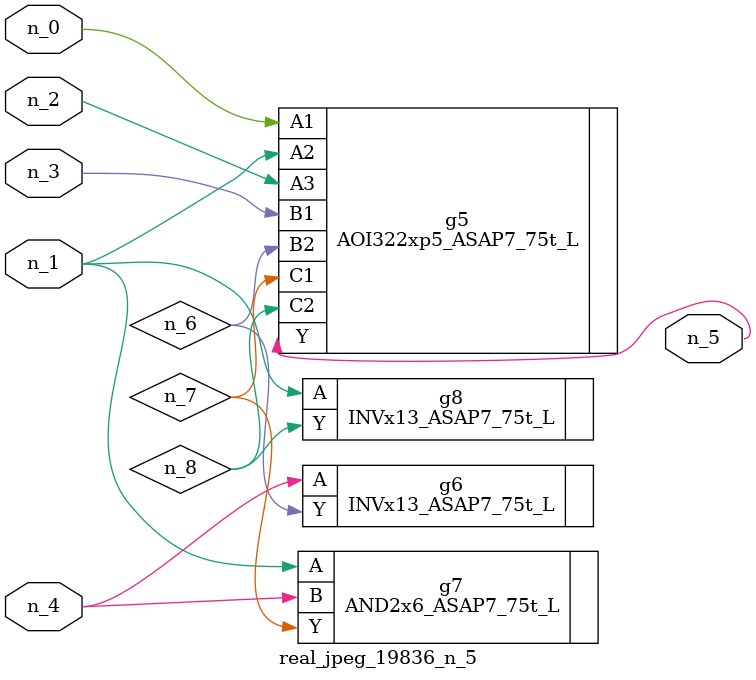
<source format=v>
module real_jpeg_19836_n_5 (n_4, n_0, n_1, n_2, n_3, n_5);

input n_4;
input n_0;
input n_1;
input n_2;
input n_3;

output n_5;

wire n_8;
wire n_6;
wire n_7;

AOI322xp5_ASAP7_75t_L g5 ( 
.A1(n_0),
.A2(n_1),
.A3(n_2),
.B1(n_3),
.B2(n_6),
.C1(n_7),
.C2(n_8),
.Y(n_5)
);

AND2x6_ASAP7_75t_L g7 ( 
.A(n_1),
.B(n_4),
.Y(n_7)
);

INVx13_ASAP7_75t_L g8 ( 
.A(n_1),
.Y(n_8)
);

INVx13_ASAP7_75t_L g6 ( 
.A(n_4),
.Y(n_6)
);


endmodule
</source>
